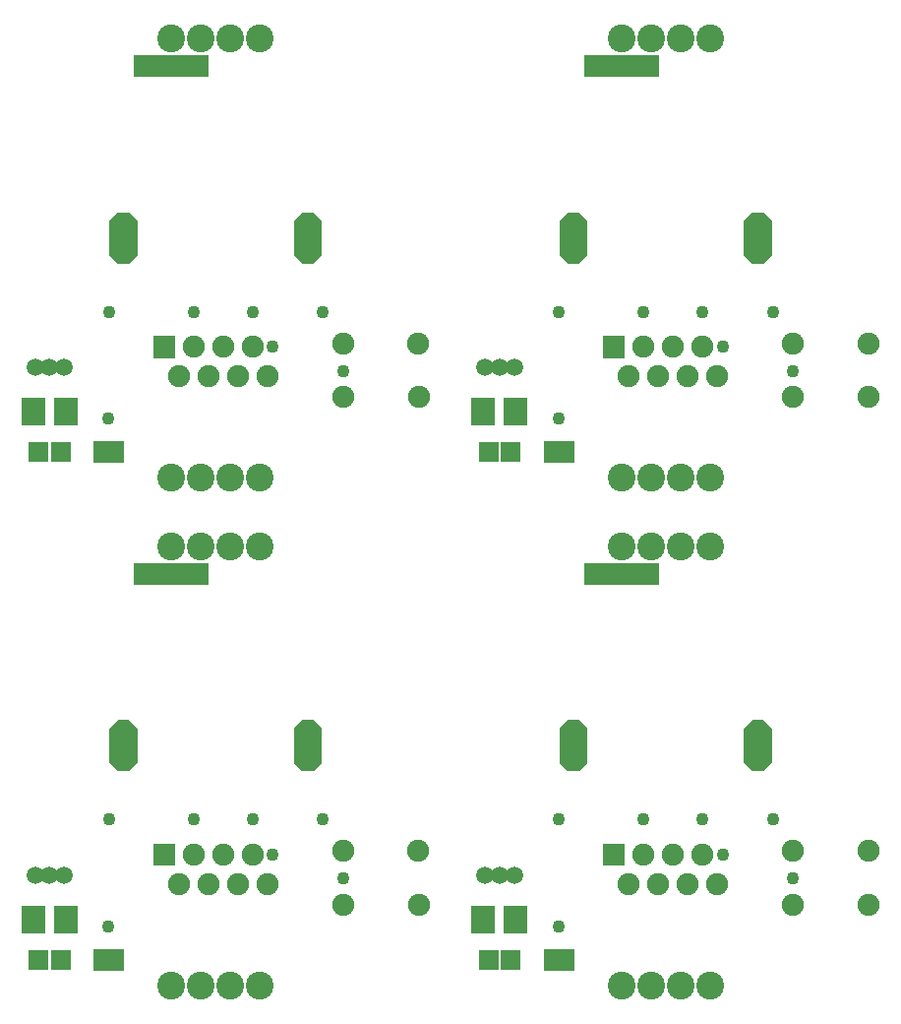
<source format=gbr>
%FSLAX34Y34*%
%MOMM*%
%LNSOLDERMASK_BOTTOM*%
G71*
G01*
%ADD10C, 1.900*%
%ADD11C, 1.500*%
%ADD12C, 2.400*%
%ADD13C, 1.100*%
%ADD14R, 1.400X1.900*%
%ADD15R, 2.000X2.400*%
%ADD16R, 1.700X1.800*%
%LPD*%
X200012Y-300050D02*
G54D10*
D03*
X187212Y-325450D02*
G54D10*
D03*
X161812Y-325450D02*
G54D10*
D03*
X225412Y-300050D02*
G54D10*
D03*
G36*
X158712Y-309550D02*
X139712Y-309550D01*
X139712Y-290550D01*
X158712Y-290550D01*
X158712Y-309550D01*
G37*
X212612Y-325450D02*
G54D10*
D03*
X238012Y-325450D02*
G54D10*
D03*
X174612Y-300050D02*
G54D10*
D03*
G36*
X102312Y-191408D02*
X109332Y-184388D01*
X119292Y-184388D01*
X126312Y-191408D01*
X126312Y-221368D01*
X119292Y-228388D01*
X109332Y-228388D01*
X102312Y-221368D01*
X102312Y-191408D01*
G37*
G36*
X261012Y-191408D02*
X268032Y-184388D01*
X277992Y-184388D01*
X285012Y-191408D01*
X285012Y-221368D01*
X277992Y-228388D01*
X268032Y-228388D01*
X261012Y-221368D01*
X261012Y-191408D01*
G37*
X38112Y-317488D02*
G54D11*
D03*
X50787Y-317513D02*
G54D11*
D03*
X63487Y-317513D02*
G54D11*
D03*
X368312Y-342888D02*
G54D10*
D03*
X368287Y-296876D02*
G54D10*
D03*
X303212Y-342888D02*
G54D10*
D03*
X303200Y-297000D02*
G54D10*
D03*
X231762Y-412763D02*
G54D12*
D03*
X206362Y-412763D02*
G54D12*
D03*
X180962Y-412763D02*
G54D12*
D03*
X155562Y-412763D02*
G54D12*
D03*
X155562Y-34938D02*
G54D12*
D03*
X180912Y-34988D02*
G54D12*
D03*
X206362Y-34938D02*
G54D12*
D03*
X231762Y-34938D02*
G54D12*
D03*
X285750Y-269876D02*
G54D13*
D03*
X225412Y-269888D02*
G54D13*
D03*
X101587Y-361963D02*
G54D13*
D03*
X303200Y-320688D02*
G54D13*
D03*
X101600Y-269876D02*
G54D13*
D03*
X174612Y-269888D02*
G54D13*
D03*
X242874Y-300050D02*
G54D13*
D03*
X168274Y-58738D02*
G54D14*
D03*
X142874Y-58738D02*
G54D14*
D03*
X180974Y-58738D02*
G54D14*
D03*
X155574Y-58738D02*
G54D14*
D03*
X130174Y-58738D02*
G54D14*
D03*
X95250Y-390526D02*
G54D14*
D03*
X107950Y-390526D02*
G54D14*
D03*
X36512Y-355600D02*
G54D15*
D03*
X64512Y-355600D02*
G54D15*
D03*
X41275Y-390525D02*
G54D16*
D03*
X60275Y-390525D02*
G54D16*
D03*
X587362Y-300050D02*
G54D10*
D03*
X574562Y-325450D02*
G54D10*
D03*
X549162Y-325450D02*
G54D10*
D03*
X612762Y-300050D02*
G54D10*
D03*
G36*
X546062Y-309550D02*
X527062Y-309550D01*
X527062Y-290550D01*
X546062Y-290550D01*
X546062Y-309550D01*
G37*
X599962Y-325450D02*
G54D10*
D03*
X625362Y-325450D02*
G54D10*
D03*
X561962Y-300050D02*
G54D10*
D03*
G36*
X489662Y-191408D02*
X496682Y-184388D01*
X506642Y-184388D01*
X513662Y-191408D01*
X513662Y-221368D01*
X506642Y-228388D01*
X496682Y-228388D01*
X489662Y-221368D01*
X489662Y-191408D01*
G37*
G36*
X648362Y-191408D02*
X655382Y-184388D01*
X665342Y-184388D01*
X672362Y-191408D01*
X672362Y-221368D01*
X665342Y-228388D01*
X655382Y-228388D01*
X648362Y-221368D01*
X648362Y-191408D01*
G37*
X425462Y-317488D02*
G54D11*
D03*
X438137Y-317513D02*
G54D11*
D03*
X450837Y-317513D02*
G54D11*
D03*
X755662Y-342888D02*
G54D10*
D03*
X755637Y-296876D02*
G54D10*
D03*
X690562Y-342888D02*
G54D10*
D03*
X690550Y-297000D02*
G54D10*
D03*
X619112Y-412763D02*
G54D12*
D03*
X593712Y-412763D02*
G54D12*
D03*
X568312Y-412763D02*
G54D12*
D03*
X542912Y-412763D02*
G54D12*
D03*
X542912Y-34938D02*
G54D12*
D03*
X568262Y-34988D02*
G54D12*
D03*
X593712Y-34938D02*
G54D12*
D03*
X619112Y-34938D02*
G54D12*
D03*
X673100Y-269876D02*
G54D13*
D03*
X612762Y-269888D02*
G54D13*
D03*
X488937Y-361963D02*
G54D13*
D03*
X690550Y-320688D02*
G54D13*
D03*
X488950Y-269876D02*
G54D13*
D03*
X561962Y-269888D02*
G54D13*
D03*
X630224Y-300050D02*
G54D13*
D03*
X555624Y-58738D02*
G54D14*
D03*
X530224Y-58738D02*
G54D14*
D03*
X568324Y-58738D02*
G54D14*
D03*
X542924Y-58738D02*
G54D14*
D03*
X517524Y-58738D02*
G54D14*
D03*
X482600Y-390526D02*
G54D14*
D03*
X495300Y-390526D02*
G54D14*
D03*
X423862Y-355600D02*
G54D15*
D03*
X451862Y-355600D02*
G54D15*
D03*
X428625Y-390525D02*
G54D16*
D03*
X447625Y-390525D02*
G54D16*
D03*
X200012Y-736613D02*
G54D10*
D03*
X187212Y-762013D02*
G54D10*
D03*
X161812Y-762013D02*
G54D10*
D03*
X225412Y-736613D02*
G54D10*
D03*
G36*
X158712Y-746113D02*
X139712Y-746113D01*
X139712Y-727113D01*
X158712Y-727113D01*
X158712Y-746113D01*
G37*
X212612Y-762013D02*
G54D10*
D03*
X238012Y-762013D02*
G54D10*
D03*
X174612Y-736613D02*
G54D10*
D03*
G36*
X102312Y-627970D02*
X109332Y-620950D01*
X119292Y-620950D01*
X126312Y-627970D01*
X126312Y-657930D01*
X119292Y-664950D01*
X109332Y-664950D01*
X102312Y-657930D01*
X102312Y-627970D01*
G37*
G36*
X261012Y-627970D02*
X268032Y-620950D01*
X277992Y-620950D01*
X285012Y-627970D01*
X285012Y-657930D01*
X277992Y-664950D01*
X268032Y-664950D01*
X261012Y-657930D01*
X261012Y-627970D01*
G37*
X38112Y-754050D02*
G54D11*
D03*
X50787Y-754076D02*
G54D11*
D03*
X63487Y-754076D02*
G54D11*
D03*
X368312Y-779450D02*
G54D10*
D03*
X368287Y-733438D02*
G54D10*
D03*
X303212Y-779450D02*
G54D10*
D03*
X303200Y-733563D02*
G54D10*
D03*
X231762Y-849326D02*
G54D12*
D03*
X206362Y-849326D02*
G54D12*
D03*
X180962Y-849326D02*
G54D12*
D03*
X155562Y-849326D02*
G54D12*
D03*
X155562Y-471500D02*
G54D12*
D03*
X180912Y-471550D02*
G54D12*
D03*
X206362Y-471500D02*
G54D12*
D03*
X231762Y-471500D02*
G54D12*
D03*
X285750Y-706438D02*
G54D13*
D03*
X225412Y-706450D02*
G54D13*
D03*
X101587Y-798526D02*
G54D13*
D03*
X303200Y-757250D02*
G54D13*
D03*
X101600Y-706438D02*
G54D13*
D03*
X174612Y-706450D02*
G54D13*
D03*
X242874Y-736613D02*
G54D13*
D03*
X168274Y-495300D02*
G54D14*
D03*
X142874Y-495300D02*
G54D14*
D03*
X180974Y-495300D02*
G54D14*
D03*
X155574Y-495300D02*
G54D14*
D03*
X130174Y-495300D02*
G54D14*
D03*
X95250Y-827088D02*
G54D14*
D03*
X107950Y-827088D02*
G54D14*
D03*
X36512Y-792162D02*
G54D15*
D03*
X64512Y-792162D02*
G54D15*
D03*
X41275Y-827088D02*
G54D16*
D03*
X60275Y-827088D02*
G54D16*
D03*
X587362Y-736613D02*
G54D10*
D03*
X574562Y-762013D02*
G54D10*
D03*
X549162Y-762013D02*
G54D10*
D03*
X612762Y-736613D02*
G54D10*
D03*
G36*
X546062Y-746113D02*
X527062Y-746113D01*
X527062Y-727113D01*
X546062Y-727113D01*
X546062Y-746113D01*
G37*
X599962Y-762013D02*
G54D10*
D03*
X625362Y-762013D02*
G54D10*
D03*
X561962Y-736613D02*
G54D10*
D03*
G36*
X489662Y-627970D02*
X496682Y-620950D01*
X506642Y-620950D01*
X513662Y-627970D01*
X513662Y-657930D01*
X506642Y-664950D01*
X496682Y-664950D01*
X489662Y-657930D01*
X489662Y-627970D01*
G37*
G36*
X648362Y-627970D02*
X655382Y-620950D01*
X665342Y-620950D01*
X672362Y-627970D01*
X672362Y-657930D01*
X665342Y-664950D01*
X655382Y-664950D01*
X648362Y-657930D01*
X648362Y-627970D01*
G37*
X425462Y-754050D02*
G54D11*
D03*
X438137Y-754076D02*
G54D11*
D03*
X450837Y-754076D02*
G54D11*
D03*
X755662Y-779450D02*
G54D10*
D03*
X755637Y-733438D02*
G54D10*
D03*
X690562Y-779450D02*
G54D10*
D03*
X690550Y-733563D02*
G54D10*
D03*
X619112Y-849326D02*
G54D12*
D03*
X593712Y-849326D02*
G54D12*
D03*
X568312Y-849326D02*
G54D12*
D03*
X542912Y-849326D02*
G54D12*
D03*
X542912Y-471500D02*
G54D12*
D03*
X568262Y-471550D02*
G54D12*
D03*
X593712Y-471500D02*
G54D12*
D03*
X619112Y-471500D02*
G54D12*
D03*
X673100Y-706438D02*
G54D13*
D03*
X612762Y-706450D02*
G54D13*
D03*
X488937Y-798526D02*
G54D13*
D03*
X690550Y-757250D02*
G54D13*
D03*
X488950Y-706438D02*
G54D13*
D03*
X561962Y-706450D02*
G54D13*
D03*
X630224Y-736613D02*
G54D13*
D03*
X555624Y-495300D02*
G54D14*
D03*
X530224Y-495300D02*
G54D14*
D03*
X568324Y-495300D02*
G54D14*
D03*
X542924Y-495300D02*
G54D14*
D03*
X517524Y-495300D02*
G54D14*
D03*
X482600Y-827088D02*
G54D14*
D03*
X495300Y-827088D02*
G54D14*
D03*
X423862Y-792162D02*
G54D15*
D03*
X451862Y-792162D02*
G54D15*
D03*
X428625Y-827088D02*
G54D16*
D03*
X447625Y-827088D02*
G54D16*
D03*
M02*

</source>
